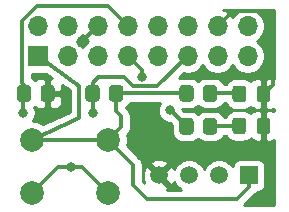
<source format=gtl>
%TF.GenerationSoftware,KiCad,Pcbnew,(5.1.7)-1*%
%TF.CreationDate,2021-01-13T16:49:11-03:00*%
%TF.ProjectId,Raspberry Pi Hat,52617370-6265-4727-9279-205069204861,-*%
%TF.SameCoordinates,Original*%
%TF.FileFunction,Copper,L1,Top*%
%TF.FilePolarity,Positive*%
%FSLAX46Y46*%
G04 Gerber Fmt 4.6, Leading zero omitted, Abs format (unit mm)*
G04 Created by KiCad (PCBNEW (5.1.7)-1) date 2021-01-13 16:49:11*
%MOMM*%
%LPD*%
G01*
G04 APERTURE LIST*
%TA.AperFunction,ComponentPad*%
%ADD10C,2.000000*%
%TD*%
%TA.AperFunction,ComponentPad*%
%ADD11R,1.700000X1.700000*%
%TD*%
%TA.AperFunction,ComponentPad*%
%ADD12O,1.700000X1.700000*%
%TD*%
%TA.AperFunction,ComponentPad*%
%ADD13R,1.500000X1.500000*%
%TD*%
%TA.AperFunction,ComponentPad*%
%ADD14C,1.500000*%
%TD*%
%TA.AperFunction,ViaPad*%
%ADD15C,1.000000*%
%TD*%
%TA.AperFunction,ViaPad*%
%ADD16C,0.800000*%
%TD*%
%TA.AperFunction,Conductor*%
%ADD17C,0.300000*%
%TD*%
%TA.AperFunction,Conductor*%
%ADD18C,0.254000*%
%TD*%
%TA.AperFunction,Conductor*%
%ADD19C,0.100000*%
%TD*%
G04 APERTURE END LIST*
D10*
%TO.P,SW1,1*%
%TO.N,/3V3*%
X111400000Y-83800000D03*
%TO.P,SW1,2*%
%TO.N,/BUTTON*%
X111400000Y-88300000D03*
%TO.P,SW1,1*%
%TO.N,/3V3*%
X104900000Y-83800000D03*
%TO.P,SW1,2*%
%TO.N,/BUTTON*%
X104900000Y-88300000D03*
%TD*%
%TO.P,D1,1*%
%TO.N,GND*%
%TA.AperFunction,SMDPad,CuDef*%
G36*
G01*
X125100000Y-82149999D02*
X125100000Y-83050001D01*
G75*
G02*
X124850001Y-83300000I-249999J0D01*
G01*
X124199999Y-83300000D01*
G75*
G02*
X123950000Y-83050001I0J249999D01*
G01*
X123950000Y-82149999D01*
G75*
G02*
X124199999Y-81900000I249999J0D01*
G01*
X124850001Y-81900000D01*
G75*
G02*
X125100000Y-82149999I0J-249999D01*
G01*
G37*
%TD.AperFunction*%
%TO.P,D1,2*%
%TO.N,Net-(D1-Pad2)*%
%TA.AperFunction,SMDPad,CuDef*%
G36*
G01*
X123050000Y-82149999D02*
X123050000Y-83050001D01*
G75*
G02*
X122800001Y-83300000I-249999J0D01*
G01*
X122149999Y-83300000D01*
G75*
G02*
X121900000Y-83050001I0J249999D01*
G01*
X121900000Y-82149999D01*
G75*
G02*
X122149999Y-81900000I249999J0D01*
G01*
X122800001Y-81900000D01*
G75*
G02*
X123050000Y-82149999I0J-249999D01*
G01*
G37*
%TD.AperFunction*%
%TD*%
%TO.P,D2,2*%
%TO.N,Net-(D2-Pad2)*%
%TA.AperFunction,SMDPad,CuDef*%
G36*
G01*
X123050000Y-79449999D02*
X123050000Y-80350001D01*
G75*
G02*
X122800001Y-80600000I-249999J0D01*
G01*
X122149999Y-80600000D01*
G75*
G02*
X121900000Y-80350001I0J249999D01*
G01*
X121900000Y-79449999D01*
G75*
G02*
X122149999Y-79200000I249999J0D01*
G01*
X122800001Y-79200000D01*
G75*
G02*
X123050000Y-79449999I0J-249999D01*
G01*
G37*
%TD.AperFunction*%
%TO.P,D2,1*%
%TO.N,GND*%
%TA.AperFunction,SMDPad,CuDef*%
G36*
G01*
X125100000Y-79449999D02*
X125100000Y-80350001D01*
G75*
G02*
X124850001Y-80600000I-249999J0D01*
G01*
X124199999Y-80600000D01*
G75*
G02*
X123950000Y-80350001I0J249999D01*
G01*
X123950000Y-79449999D01*
G75*
G02*
X124199999Y-79200000I249999J0D01*
G01*
X124850001Y-79200000D01*
G75*
G02*
X125100000Y-79449999I0J-249999D01*
G01*
G37*
%TD.AperFunction*%
%TD*%
D11*
%TO.P,J1,1*%
%TO.N,/3V3*%
X105400000Y-76700000D03*
D12*
%TO.P,J1,2*%
%TO.N,N/C*%
X105400000Y-74160000D03*
%TO.P,J1,3*%
X107940000Y-76700000D03*
%TO.P,J1,4*%
X107940000Y-74160000D03*
%TO.P,J1,5*%
X110480000Y-76700000D03*
%TO.P,J1,6*%
%TO.N,GND*%
X110480000Y-74160000D03*
%TO.P,J1,7*%
%TO.N,Net-(J1-Pad7)*%
X113020000Y-76700000D03*
%TO.P,J1,8*%
%TO.N,/BUTTON*%
X113020000Y-74160000D03*
%TO.P,J1,9*%
%TO.N,GND*%
X115560000Y-76700000D03*
%TO.P,J1,10*%
%TO.N,N/C*%
X115560000Y-74160000D03*
%TO.P,J1,11*%
%TO.N,/DHT*%
X118100000Y-76700000D03*
%TO.P,J1,12*%
%TO.N,N/C*%
X118100000Y-74160000D03*
%TO.P,J1,13*%
X120640000Y-76700000D03*
%TO.P,J1,14*%
%TO.N,GND*%
X120640000Y-74160000D03*
%TO.P,J1,15*%
%TO.N,N/C*%
X123180000Y-76700000D03*
%TO.P,J1,16*%
X123180000Y-74160000D03*
%TD*%
%TO.P,R1,1*%
%TO.N,/BUTTON*%
%TA.AperFunction,SMDPad,CuDef*%
G36*
G01*
X103650000Y-80305001D02*
X103650000Y-79404999D01*
G75*
G02*
X103899999Y-79155000I249999J0D01*
G01*
X104600001Y-79155000D01*
G75*
G02*
X104850000Y-79404999I0J-249999D01*
G01*
X104850000Y-80305001D01*
G75*
G02*
X104600001Y-80555000I-249999J0D01*
G01*
X103899999Y-80555000D01*
G75*
G02*
X103650000Y-80305001I0J249999D01*
G01*
G37*
%TD.AperFunction*%
%TO.P,R1,2*%
%TO.N,GND*%
%TA.AperFunction,SMDPad,CuDef*%
G36*
G01*
X105650000Y-80305001D02*
X105650000Y-79404999D01*
G75*
G02*
X105899999Y-79155000I249999J0D01*
G01*
X106600001Y-79155000D01*
G75*
G02*
X106850000Y-79404999I0J-249999D01*
G01*
X106850000Y-80305001D01*
G75*
G02*
X106600001Y-80555000I-249999J0D01*
G01*
X105899999Y-80555000D01*
G75*
G02*
X105650000Y-80305001I0J249999D01*
G01*
G37*
%TD.AperFunction*%
%TD*%
%TO.P,R2,1*%
%TO.N,/DHT*%
%TA.AperFunction,SMDPad,CuDef*%
G36*
G01*
X109450000Y-80305001D02*
X109450000Y-79404999D01*
G75*
G02*
X109699999Y-79155000I249999J0D01*
G01*
X110400001Y-79155000D01*
G75*
G02*
X110650000Y-79404999I0J-249999D01*
G01*
X110650000Y-80305001D01*
G75*
G02*
X110400001Y-80555000I-249999J0D01*
G01*
X109699999Y-80555000D01*
G75*
G02*
X109450000Y-80305001I0J249999D01*
G01*
G37*
%TD.AperFunction*%
%TO.P,R2,2*%
%TO.N,/3V3*%
%TA.AperFunction,SMDPad,CuDef*%
G36*
G01*
X111450000Y-80305001D02*
X111450000Y-79404999D01*
G75*
G02*
X111699999Y-79155000I249999J0D01*
G01*
X112400001Y-79155000D01*
G75*
G02*
X112650000Y-79404999I0J-249999D01*
G01*
X112650000Y-80305001D01*
G75*
G02*
X112400001Y-80555000I-249999J0D01*
G01*
X111699999Y-80555000D01*
G75*
G02*
X111450000Y-80305001I0J249999D01*
G01*
G37*
%TD.AperFunction*%
%TD*%
%TO.P,R3,2*%
%TO.N,Net-(D1-Pad2)*%
%TA.AperFunction,SMDPad,CuDef*%
G36*
G01*
X119400000Y-83095001D02*
X119400000Y-82194999D01*
G75*
G02*
X119649999Y-81945000I249999J0D01*
G01*
X120350001Y-81945000D01*
G75*
G02*
X120600000Y-82194999I0J-249999D01*
G01*
X120600000Y-83095001D01*
G75*
G02*
X120350001Y-83345000I-249999J0D01*
G01*
X119649999Y-83345000D01*
G75*
G02*
X119400000Y-83095001I0J249999D01*
G01*
G37*
%TD.AperFunction*%
%TO.P,R3,1*%
%TO.N,Net-(J1-Pad7)*%
%TA.AperFunction,SMDPad,CuDef*%
G36*
G01*
X117400000Y-83095001D02*
X117400000Y-82194999D01*
G75*
G02*
X117649999Y-81945000I249999J0D01*
G01*
X118350001Y-81945000D01*
G75*
G02*
X118600000Y-82194999I0J-249999D01*
G01*
X118600000Y-83095001D01*
G75*
G02*
X118350001Y-83345000I-249999J0D01*
G01*
X117649999Y-83345000D01*
G75*
G02*
X117400000Y-83095001I0J249999D01*
G01*
G37*
%TD.AperFunction*%
%TD*%
%TO.P,R4,2*%
%TO.N,Net-(D2-Pad2)*%
%TA.AperFunction,SMDPad,CuDef*%
G36*
G01*
X119400000Y-80305001D02*
X119400000Y-79404999D01*
G75*
G02*
X119649999Y-79155000I249999J0D01*
G01*
X120350001Y-79155000D01*
G75*
G02*
X120600000Y-79404999I0J-249999D01*
G01*
X120600000Y-80305001D01*
G75*
G02*
X120350001Y-80555000I-249999J0D01*
G01*
X119649999Y-80555000D01*
G75*
G02*
X119400000Y-80305001I0J249999D01*
G01*
G37*
%TD.AperFunction*%
%TO.P,R4,1*%
%TO.N,/3V3*%
%TA.AperFunction,SMDPad,CuDef*%
G36*
G01*
X117400000Y-80305001D02*
X117400000Y-79404999D01*
G75*
G02*
X117649999Y-79155000I249999J0D01*
G01*
X118350001Y-79155000D01*
G75*
G02*
X118600000Y-79404999I0J-249999D01*
G01*
X118600000Y-80305001D01*
G75*
G02*
X118350001Y-80555000I-249999J0D01*
G01*
X117649999Y-80555000D01*
G75*
G02*
X117400000Y-80305001I0J249999D01*
G01*
G37*
%TD.AperFunction*%
%TD*%
D13*
%TO.P,U1,1*%
%TO.N,/3V3*%
X123300000Y-86800000D03*
D14*
%TO.P,U1,2*%
%TO.N,/DHT*%
X120760000Y-86800000D03*
%TO.P,U1,3*%
%TO.N,N/C*%
X118220000Y-86800000D03*
%TO.P,U1,4*%
%TO.N,GND*%
X115680000Y-86800000D03*
%TD*%
D15*
%TO.N,GND*%
X109200000Y-75500000D03*
X107800000Y-79900000D03*
D16*
%TO.N,Net-(J1-Pad7)*%
X114200000Y-78500000D03*
X116600000Y-81300000D03*
%TO.N,/DHT*%
X110100000Y-81500000D03*
%TO.N,/BUTTON*%
X108200000Y-86100000D03*
X104200000Y-81500000D03*
%TD*%
D17*
%TO.N,GND*%
X125300000Y-79125000D02*
X124525000Y-79900000D01*
X125300000Y-73600000D02*
X125300000Y-79125000D01*
X124559999Y-72859999D02*
X125300000Y-73600000D01*
X121940001Y-72859999D02*
X124559999Y-72859999D01*
X120640000Y-74160000D02*
X121940001Y-72859999D01*
X124525000Y-79900000D02*
X124525000Y-82600000D01*
X109200000Y-75440000D02*
X110480000Y-74160000D01*
X109200000Y-75500000D02*
X109200000Y-75440000D01*
X107755000Y-79855000D02*
X107800000Y-79900000D01*
X106250000Y-79855000D02*
X107755000Y-79855000D01*
%TO.N,Net-(D1-Pad2)*%
X122430000Y-82645000D02*
X122475000Y-82600000D01*
X120000000Y-82645000D02*
X122430000Y-82645000D01*
%TO.N,Net-(D2-Pad2)*%
X122430000Y-79855000D02*
X122475000Y-79900000D01*
X120000000Y-79855000D02*
X122430000Y-79855000D01*
%TO.N,/3V3*%
X104900000Y-83800000D02*
X111400000Y-83800000D01*
X111400000Y-83800000D02*
X112500000Y-82700000D01*
X112500000Y-82700000D02*
X112500000Y-81800000D01*
X112050000Y-81350000D02*
X112050000Y-79855000D01*
X112500000Y-81800000D02*
X112050000Y-81350000D01*
X112050000Y-79855000D02*
X118000000Y-79855000D01*
X113500000Y-85900000D02*
X111400000Y-83800000D01*
X113500000Y-87600000D02*
X113500000Y-85900000D01*
X114700000Y-88800000D02*
X113500000Y-87600000D01*
X122300000Y-88800000D02*
X114700000Y-88800000D01*
X123300000Y-87800000D02*
X122300000Y-88800000D01*
X123300000Y-86800000D02*
X123300000Y-87800000D01*
X108900000Y-79200000D02*
X105400000Y-76700000D01*
X108900000Y-81900000D02*
X108900000Y-79200000D01*
X104900000Y-83800000D02*
X108900000Y-81900000D01*
%TO.N,Net-(J1-Pad7)*%
X116655000Y-81300000D02*
X118000000Y-82645000D01*
X116600000Y-81300000D02*
X116655000Y-81300000D01*
X114200000Y-77880000D02*
X113020000Y-76700000D01*
X114200000Y-78500000D02*
X114200000Y-77880000D01*
%TO.N,/BUTTON*%
X104099999Y-73683999D02*
X105308988Y-72475010D01*
X104099999Y-79004999D02*
X104099999Y-73683999D01*
X104250000Y-79155000D02*
X104099999Y-79004999D01*
X104250000Y-79855000D02*
X104250000Y-79155000D01*
X111335010Y-72475010D02*
X113020000Y-74160000D01*
X105308988Y-72475010D02*
X111335010Y-72475010D01*
X107100000Y-86100000D02*
X108200000Y-86100000D01*
X104900000Y-88300000D02*
X107100000Y-86100000D01*
X109200000Y-86100000D02*
X108200000Y-86100000D01*
X111400000Y-88300000D02*
X109200000Y-86100000D01*
X104200000Y-79905000D02*
X104250000Y-79855000D01*
X104200000Y-81500000D02*
X104200000Y-79905000D01*
%TO.N,/DHT*%
X110100000Y-79905000D02*
X110050000Y-79855000D01*
X110100000Y-81500000D02*
X110100000Y-79905000D01*
X110050000Y-79855000D02*
X110050000Y-78950000D01*
X110050000Y-78950000D02*
X110500000Y-78500000D01*
X112700000Y-78500000D02*
X113454990Y-79254990D01*
X110500000Y-78500000D02*
X112700000Y-78500000D01*
X115545010Y-79254990D02*
X118100000Y-76700000D01*
X113454990Y-79254990D02*
X115545010Y-79254990D01*
%TD*%
D18*
%TO.N,GND*%
X125440000Y-78661716D02*
X125344180Y-78610498D01*
X125224482Y-78574188D01*
X125100000Y-78561928D01*
X124810750Y-78565000D01*
X124652000Y-78723750D01*
X124652000Y-79773000D01*
X124672000Y-79773000D01*
X124672000Y-80027000D01*
X124652000Y-80027000D01*
X124652000Y-81076250D01*
X124810750Y-81235000D01*
X125100000Y-81238072D01*
X125224482Y-81225812D01*
X125344180Y-81189502D01*
X125440001Y-81138284D01*
X125440001Y-81361716D01*
X125344180Y-81310498D01*
X125224482Y-81274188D01*
X125100000Y-81261928D01*
X124810750Y-81265000D01*
X124652000Y-81423750D01*
X124652000Y-82473000D01*
X124672000Y-82473000D01*
X124672000Y-82727000D01*
X124652000Y-82727000D01*
X124652000Y-83776250D01*
X124810750Y-83935000D01*
X125100000Y-83938072D01*
X125224482Y-83925812D01*
X125344180Y-83889502D01*
X125440001Y-83838284D01*
X125440001Y-89340000D01*
X122872343Y-89340000D01*
X122882347Y-89327810D01*
X123827810Y-88382347D01*
X123857764Y-88357764D01*
X123955862Y-88238233D01*
X123982673Y-88188072D01*
X124050000Y-88188072D01*
X124174482Y-88175812D01*
X124294180Y-88139502D01*
X124404494Y-88080537D01*
X124501185Y-88001185D01*
X124580537Y-87904494D01*
X124639502Y-87794180D01*
X124675812Y-87674482D01*
X124688072Y-87550000D01*
X124688072Y-86050000D01*
X124675812Y-85925518D01*
X124639502Y-85805820D01*
X124580537Y-85695506D01*
X124501185Y-85598815D01*
X124404494Y-85519463D01*
X124294180Y-85460498D01*
X124174482Y-85424188D01*
X124050000Y-85411928D01*
X122550000Y-85411928D01*
X122425518Y-85424188D01*
X122305820Y-85460498D01*
X122195506Y-85519463D01*
X122098815Y-85598815D01*
X122019463Y-85695506D01*
X121960498Y-85805820D01*
X121924188Y-85925518D01*
X121913555Y-86033483D01*
X121835799Y-85917114D01*
X121642886Y-85724201D01*
X121416043Y-85572629D01*
X121163989Y-85468225D01*
X120896411Y-85415000D01*
X120623589Y-85415000D01*
X120356011Y-85468225D01*
X120103957Y-85572629D01*
X119877114Y-85724201D01*
X119684201Y-85917114D01*
X119532629Y-86143957D01*
X119490000Y-86246873D01*
X119447371Y-86143957D01*
X119295799Y-85917114D01*
X119102886Y-85724201D01*
X118876043Y-85572629D01*
X118623989Y-85468225D01*
X118356411Y-85415000D01*
X118083589Y-85415000D01*
X117816011Y-85468225D01*
X117563957Y-85572629D01*
X117337114Y-85724201D01*
X117144201Y-85917114D01*
X116992629Y-86143957D01*
X116951489Y-86243279D01*
X116936277Y-86201168D01*
X116875860Y-86088137D01*
X116636993Y-86022612D01*
X115859605Y-86800000D01*
X116636993Y-87577388D01*
X116875860Y-87511863D01*
X116950164Y-87353523D01*
X116992629Y-87456043D01*
X117144201Y-87682886D01*
X117337114Y-87875799D01*
X117545443Y-88015000D01*
X116356055Y-88015000D01*
X116391863Y-87995860D01*
X116457388Y-87756993D01*
X115680000Y-86979605D01*
X115665858Y-86993748D01*
X115486253Y-86814143D01*
X115500395Y-86800000D01*
X114723007Y-86022612D01*
X114484140Y-86088137D01*
X114368240Y-86335116D01*
X114302750Y-86599960D01*
X114290188Y-86872492D01*
X114331035Y-87142238D01*
X114423723Y-87398832D01*
X114440642Y-87430484D01*
X114285000Y-87274843D01*
X114285000Y-85938552D01*
X114288797Y-85899999D01*
X114285000Y-85861446D01*
X114285000Y-85861439D01*
X114283185Y-85843007D01*
X114902612Y-85843007D01*
X115680000Y-86620395D01*
X116457388Y-85843007D01*
X116391863Y-85604140D01*
X116144884Y-85488240D01*
X115880040Y-85422750D01*
X115607508Y-85410188D01*
X115337762Y-85451035D01*
X115081168Y-85543723D01*
X114968137Y-85604140D01*
X114902612Y-85843007D01*
X114283185Y-85843007D01*
X114273641Y-85746113D01*
X114228754Y-85598140D01*
X114155862Y-85461767D01*
X114057764Y-85342236D01*
X114027816Y-85317658D01*
X112974640Y-84264483D01*
X113035000Y-83961033D01*
X113035000Y-83638967D01*
X112974640Y-83335518D01*
X113027817Y-83282341D01*
X113057764Y-83257764D01*
X113086086Y-83223255D01*
X113106450Y-83198441D01*
X113155862Y-83138233D01*
X113228754Y-83001860D01*
X113245438Y-82946860D01*
X113273642Y-82853887D01*
X113283110Y-82757748D01*
X113285000Y-82738561D01*
X113285000Y-82738556D01*
X113288797Y-82700000D01*
X113285000Y-82661445D01*
X113285000Y-81838552D01*
X113288797Y-81799999D01*
X113285000Y-81761446D01*
X113285000Y-81761439D01*
X113273641Y-81646113D01*
X113247993Y-81561561D01*
X113228754Y-81498140D01*
X113206548Y-81456595D01*
X113155862Y-81361767D01*
X113057764Y-81242236D01*
X113027810Y-81217653D01*
X112867434Y-81057277D01*
X112893387Y-81043405D01*
X113027962Y-80932962D01*
X113138405Y-80798387D01*
X113220472Y-80644851D01*
X113221944Y-80640000D01*
X115796289Y-80640000D01*
X115796063Y-80640226D01*
X115682795Y-80809744D01*
X115604774Y-80998102D01*
X115565000Y-81198061D01*
X115565000Y-81401939D01*
X115604774Y-81601898D01*
X115682795Y-81790256D01*
X115796063Y-81959774D01*
X115940226Y-82103937D01*
X116109744Y-82217205D01*
X116298102Y-82295226D01*
X116498061Y-82335000D01*
X116579843Y-82335000D01*
X116761928Y-82517085D01*
X116761928Y-83095001D01*
X116778992Y-83268255D01*
X116829528Y-83434851D01*
X116911595Y-83588387D01*
X117022038Y-83722962D01*
X117156613Y-83833405D01*
X117310149Y-83915472D01*
X117476745Y-83966008D01*
X117649999Y-83983072D01*
X118350001Y-83983072D01*
X118523255Y-83966008D01*
X118689851Y-83915472D01*
X118843387Y-83833405D01*
X118977962Y-83722962D01*
X119000000Y-83696109D01*
X119022038Y-83722962D01*
X119156613Y-83833405D01*
X119310149Y-83915472D01*
X119476745Y-83966008D01*
X119649999Y-83983072D01*
X120350001Y-83983072D01*
X120523255Y-83966008D01*
X120689851Y-83915472D01*
X120843387Y-83833405D01*
X120977962Y-83722962D01*
X121088405Y-83588387D01*
X121170472Y-83434851D01*
X121171944Y-83430000D01*
X121350988Y-83430000D01*
X121411595Y-83543387D01*
X121522038Y-83677962D01*
X121656613Y-83788405D01*
X121810149Y-83870472D01*
X121976745Y-83921008D01*
X122149999Y-83938072D01*
X122800001Y-83938072D01*
X122973255Y-83921008D01*
X123139851Y-83870472D01*
X123293387Y-83788405D01*
X123427962Y-83677962D01*
X123433342Y-83671406D01*
X123498815Y-83751185D01*
X123595506Y-83830537D01*
X123705820Y-83889502D01*
X123825518Y-83925812D01*
X123950000Y-83938072D01*
X124239250Y-83935000D01*
X124398000Y-83776250D01*
X124398000Y-82727000D01*
X124378000Y-82727000D01*
X124378000Y-82473000D01*
X124398000Y-82473000D01*
X124398000Y-81423750D01*
X124239250Y-81265000D01*
X123950000Y-81261928D01*
X123825518Y-81274188D01*
X123705820Y-81310498D01*
X123595506Y-81369463D01*
X123498815Y-81448815D01*
X123433342Y-81528594D01*
X123427962Y-81522038D01*
X123293387Y-81411595D01*
X123139851Y-81329528D01*
X122973255Y-81278992D01*
X122800001Y-81261928D01*
X122149999Y-81261928D01*
X121976745Y-81278992D01*
X121810149Y-81329528D01*
X121656613Y-81411595D01*
X121522038Y-81522038D01*
X121411595Y-81656613D01*
X121329528Y-81810149D01*
X121314406Y-81860000D01*
X121171944Y-81860000D01*
X121170472Y-81855149D01*
X121088405Y-81701613D01*
X120977962Y-81567038D01*
X120843387Y-81456595D01*
X120689851Y-81374528D01*
X120523255Y-81323992D01*
X120350001Y-81306928D01*
X119649999Y-81306928D01*
X119476745Y-81323992D01*
X119310149Y-81374528D01*
X119156613Y-81456595D01*
X119022038Y-81567038D01*
X119000000Y-81593891D01*
X118977962Y-81567038D01*
X118843387Y-81456595D01*
X118689851Y-81374528D01*
X118523255Y-81323992D01*
X118350001Y-81306928D01*
X117772085Y-81306928D01*
X117658229Y-81193072D01*
X118350001Y-81193072D01*
X118523255Y-81176008D01*
X118689851Y-81125472D01*
X118843387Y-81043405D01*
X118977962Y-80932962D01*
X119000000Y-80906109D01*
X119022038Y-80932962D01*
X119156613Y-81043405D01*
X119310149Y-81125472D01*
X119476745Y-81176008D01*
X119649999Y-81193072D01*
X120350001Y-81193072D01*
X120523255Y-81176008D01*
X120689851Y-81125472D01*
X120843387Y-81043405D01*
X120977962Y-80932962D01*
X121088405Y-80798387D01*
X121170472Y-80644851D01*
X121171944Y-80640000D01*
X121314406Y-80640000D01*
X121329528Y-80689851D01*
X121411595Y-80843387D01*
X121522038Y-80977962D01*
X121656613Y-81088405D01*
X121810149Y-81170472D01*
X121976745Y-81221008D01*
X122149999Y-81238072D01*
X122800001Y-81238072D01*
X122973255Y-81221008D01*
X123139851Y-81170472D01*
X123293387Y-81088405D01*
X123427962Y-80977962D01*
X123433342Y-80971406D01*
X123498815Y-81051185D01*
X123595506Y-81130537D01*
X123705820Y-81189502D01*
X123825518Y-81225812D01*
X123950000Y-81238072D01*
X124239250Y-81235000D01*
X124398000Y-81076250D01*
X124398000Y-80027000D01*
X124378000Y-80027000D01*
X124378000Y-79773000D01*
X124398000Y-79773000D01*
X124398000Y-78723750D01*
X124239250Y-78565000D01*
X123950000Y-78561928D01*
X123825518Y-78574188D01*
X123705820Y-78610498D01*
X123595506Y-78669463D01*
X123498815Y-78748815D01*
X123433342Y-78828594D01*
X123427962Y-78822038D01*
X123293387Y-78711595D01*
X123139851Y-78629528D01*
X122973255Y-78578992D01*
X122800001Y-78561928D01*
X122149999Y-78561928D01*
X121976745Y-78578992D01*
X121810149Y-78629528D01*
X121656613Y-78711595D01*
X121522038Y-78822038D01*
X121411595Y-78956613D01*
X121350988Y-79070000D01*
X121171944Y-79070000D01*
X121170472Y-79065149D01*
X121088405Y-78911613D01*
X120977962Y-78777038D01*
X120843387Y-78666595D01*
X120689851Y-78584528D01*
X120523255Y-78533992D01*
X120350001Y-78516928D01*
X119649999Y-78516928D01*
X119476745Y-78533992D01*
X119310149Y-78584528D01*
X119156613Y-78666595D01*
X119022038Y-78777038D01*
X119000000Y-78803891D01*
X118977962Y-78777038D01*
X118843387Y-78666595D01*
X118689851Y-78584528D01*
X118523255Y-78533992D01*
X118350001Y-78516928D01*
X117649999Y-78516928D01*
X117476745Y-78533992D01*
X117332369Y-78577788D01*
X117763082Y-78147075D01*
X117953740Y-78185000D01*
X118246260Y-78185000D01*
X118533158Y-78127932D01*
X118803411Y-78015990D01*
X119046632Y-77853475D01*
X119253475Y-77646632D01*
X119370000Y-77472240D01*
X119486525Y-77646632D01*
X119693368Y-77853475D01*
X119936589Y-78015990D01*
X120206842Y-78127932D01*
X120493740Y-78185000D01*
X120786260Y-78185000D01*
X121073158Y-78127932D01*
X121343411Y-78015990D01*
X121586632Y-77853475D01*
X121793475Y-77646632D01*
X121910000Y-77472240D01*
X122026525Y-77646632D01*
X122233368Y-77853475D01*
X122476589Y-78015990D01*
X122746842Y-78127932D01*
X123033740Y-78185000D01*
X123326260Y-78185000D01*
X123613158Y-78127932D01*
X123883411Y-78015990D01*
X124126632Y-77853475D01*
X124333475Y-77646632D01*
X124495990Y-77403411D01*
X124607932Y-77133158D01*
X124665000Y-76846260D01*
X124665000Y-76553740D01*
X124607932Y-76266842D01*
X124495990Y-75996589D01*
X124333475Y-75753368D01*
X124126632Y-75546525D01*
X123952240Y-75430000D01*
X124126632Y-75313475D01*
X124333475Y-75106632D01*
X124495990Y-74863411D01*
X124607932Y-74593158D01*
X124665000Y-74306260D01*
X124665000Y-74013740D01*
X124607932Y-73726842D01*
X124495990Y-73456589D01*
X124333475Y-73213368D01*
X124126632Y-73006525D01*
X123883411Y-72844010D01*
X123680592Y-72760000D01*
X125440000Y-72760000D01*
X125440000Y-78661716D01*
%TA.AperFunction,Conductor*%
D19*
G36*
X125440000Y-78661716D02*
G01*
X125344180Y-78610498D01*
X125224482Y-78574188D01*
X125100000Y-78561928D01*
X124810750Y-78565000D01*
X124652000Y-78723750D01*
X124652000Y-79773000D01*
X124672000Y-79773000D01*
X124672000Y-80027000D01*
X124652000Y-80027000D01*
X124652000Y-81076250D01*
X124810750Y-81235000D01*
X125100000Y-81238072D01*
X125224482Y-81225812D01*
X125344180Y-81189502D01*
X125440001Y-81138284D01*
X125440001Y-81361716D01*
X125344180Y-81310498D01*
X125224482Y-81274188D01*
X125100000Y-81261928D01*
X124810750Y-81265000D01*
X124652000Y-81423750D01*
X124652000Y-82473000D01*
X124672000Y-82473000D01*
X124672000Y-82727000D01*
X124652000Y-82727000D01*
X124652000Y-83776250D01*
X124810750Y-83935000D01*
X125100000Y-83938072D01*
X125224482Y-83925812D01*
X125344180Y-83889502D01*
X125440001Y-83838284D01*
X125440001Y-89340000D01*
X122872343Y-89340000D01*
X122882347Y-89327810D01*
X123827810Y-88382347D01*
X123857764Y-88357764D01*
X123955862Y-88238233D01*
X123982673Y-88188072D01*
X124050000Y-88188072D01*
X124174482Y-88175812D01*
X124294180Y-88139502D01*
X124404494Y-88080537D01*
X124501185Y-88001185D01*
X124580537Y-87904494D01*
X124639502Y-87794180D01*
X124675812Y-87674482D01*
X124688072Y-87550000D01*
X124688072Y-86050000D01*
X124675812Y-85925518D01*
X124639502Y-85805820D01*
X124580537Y-85695506D01*
X124501185Y-85598815D01*
X124404494Y-85519463D01*
X124294180Y-85460498D01*
X124174482Y-85424188D01*
X124050000Y-85411928D01*
X122550000Y-85411928D01*
X122425518Y-85424188D01*
X122305820Y-85460498D01*
X122195506Y-85519463D01*
X122098815Y-85598815D01*
X122019463Y-85695506D01*
X121960498Y-85805820D01*
X121924188Y-85925518D01*
X121913555Y-86033483D01*
X121835799Y-85917114D01*
X121642886Y-85724201D01*
X121416043Y-85572629D01*
X121163989Y-85468225D01*
X120896411Y-85415000D01*
X120623589Y-85415000D01*
X120356011Y-85468225D01*
X120103957Y-85572629D01*
X119877114Y-85724201D01*
X119684201Y-85917114D01*
X119532629Y-86143957D01*
X119490000Y-86246873D01*
X119447371Y-86143957D01*
X119295799Y-85917114D01*
X119102886Y-85724201D01*
X118876043Y-85572629D01*
X118623989Y-85468225D01*
X118356411Y-85415000D01*
X118083589Y-85415000D01*
X117816011Y-85468225D01*
X117563957Y-85572629D01*
X117337114Y-85724201D01*
X117144201Y-85917114D01*
X116992629Y-86143957D01*
X116951489Y-86243279D01*
X116936277Y-86201168D01*
X116875860Y-86088137D01*
X116636993Y-86022612D01*
X115859605Y-86800000D01*
X116636993Y-87577388D01*
X116875860Y-87511863D01*
X116950164Y-87353523D01*
X116992629Y-87456043D01*
X117144201Y-87682886D01*
X117337114Y-87875799D01*
X117545443Y-88015000D01*
X116356055Y-88015000D01*
X116391863Y-87995860D01*
X116457388Y-87756993D01*
X115680000Y-86979605D01*
X115665858Y-86993748D01*
X115486253Y-86814143D01*
X115500395Y-86800000D01*
X114723007Y-86022612D01*
X114484140Y-86088137D01*
X114368240Y-86335116D01*
X114302750Y-86599960D01*
X114290188Y-86872492D01*
X114331035Y-87142238D01*
X114423723Y-87398832D01*
X114440642Y-87430484D01*
X114285000Y-87274843D01*
X114285000Y-85938552D01*
X114288797Y-85899999D01*
X114285000Y-85861446D01*
X114285000Y-85861439D01*
X114283185Y-85843007D01*
X114902612Y-85843007D01*
X115680000Y-86620395D01*
X116457388Y-85843007D01*
X116391863Y-85604140D01*
X116144884Y-85488240D01*
X115880040Y-85422750D01*
X115607508Y-85410188D01*
X115337762Y-85451035D01*
X115081168Y-85543723D01*
X114968137Y-85604140D01*
X114902612Y-85843007D01*
X114283185Y-85843007D01*
X114273641Y-85746113D01*
X114228754Y-85598140D01*
X114155862Y-85461767D01*
X114057764Y-85342236D01*
X114027816Y-85317658D01*
X112974640Y-84264483D01*
X113035000Y-83961033D01*
X113035000Y-83638967D01*
X112974640Y-83335518D01*
X113027817Y-83282341D01*
X113057764Y-83257764D01*
X113086086Y-83223255D01*
X113106450Y-83198441D01*
X113155862Y-83138233D01*
X113228754Y-83001860D01*
X113245438Y-82946860D01*
X113273642Y-82853887D01*
X113283110Y-82757748D01*
X113285000Y-82738561D01*
X113285000Y-82738556D01*
X113288797Y-82700000D01*
X113285000Y-82661445D01*
X113285000Y-81838552D01*
X113288797Y-81799999D01*
X113285000Y-81761446D01*
X113285000Y-81761439D01*
X113273641Y-81646113D01*
X113247993Y-81561561D01*
X113228754Y-81498140D01*
X113206548Y-81456595D01*
X113155862Y-81361767D01*
X113057764Y-81242236D01*
X113027810Y-81217653D01*
X112867434Y-81057277D01*
X112893387Y-81043405D01*
X113027962Y-80932962D01*
X113138405Y-80798387D01*
X113220472Y-80644851D01*
X113221944Y-80640000D01*
X115796289Y-80640000D01*
X115796063Y-80640226D01*
X115682795Y-80809744D01*
X115604774Y-80998102D01*
X115565000Y-81198061D01*
X115565000Y-81401939D01*
X115604774Y-81601898D01*
X115682795Y-81790256D01*
X115796063Y-81959774D01*
X115940226Y-82103937D01*
X116109744Y-82217205D01*
X116298102Y-82295226D01*
X116498061Y-82335000D01*
X116579843Y-82335000D01*
X116761928Y-82517085D01*
X116761928Y-83095001D01*
X116778992Y-83268255D01*
X116829528Y-83434851D01*
X116911595Y-83588387D01*
X117022038Y-83722962D01*
X117156613Y-83833405D01*
X117310149Y-83915472D01*
X117476745Y-83966008D01*
X117649999Y-83983072D01*
X118350001Y-83983072D01*
X118523255Y-83966008D01*
X118689851Y-83915472D01*
X118843387Y-83833405D01*
X118977962Y-83722962D01*
X119000000Y-83696109D01*
X119022038Y-83722962D01*
X119156613Y-83833405D01*
X119310149Y-83915472D01*
X119476745Y-83966008D01*
X119649999Y-83983072D01*
X120350001Y-83983072D01*
X120523255Y-83966008D01*
X120689851Y-83915472D01*
X120843387Y-83833405D01*
X120977962Y-83722962D01*
X121088405Y-83588387D01*
X121170472Y-83434851D01*
X121171944Y-83430000D01*
X121350988Y-83430000D01*
X121411595Y-83543387D01*
X121522038Y-83677962D01*
X121656613Y-83788405D01*
X121810149Y-83870472D01*
X121976745Y-83921008D01*
X122149999Y-83938072D01*
X122800001Y-83938072D01*
X122973255Y-83921008D01*
X123139851Y-83870472D01*
X123293387Y-83788405D01*
X123427962Y-83677962D01*
X123433342Y-83671406D01*
X123498815Y-83751185D01*
X123595506Y-83830537D01*
X123705820Y-83889502D01*
X123825518Y-83925812D01*
X123950000Y-83938072D01*
X124239250Y-83935000D01*
X124398000Y-83776250D01*
X124398000Y-82727000D01*
X124378000Y-82727000D01*
X124378000Y-82473000D01*
X124398000Y-82473000D01*
X124398000Y-81423750D01*
X124239250Y-81265000D01*
X123950000Y-81261928D01*
X123825518Y-81274188D01*
X123705820Y-81310498D01*
X123595506Y-81369463D01*
X123498815Y-81448815D01*
X123433342Y-81528594D01*
X123427962Y-81522038D01*
X123293387Y-81411595D01*
X123139851Y-81329528D01*
X122973255Y-81278992D01*
X122800001Y-81261928D01*
X122149999Y-81261928D01*
X121976745Y-81278992D01*
X121810149Y-81329528D01*
X121656613Y-81411595D01*
X121522038Y-81522038D01*
X121411595Y-81656613D01*
X121329528Y-81810149D01*
X121314406Y-81860000D01*
X121171944Y-81860000D01*
X121170472Y-81855149D01*
X121088405Y-81701613D01*
X120977962Y-81567038D01*
X120843387Y-81456595D01*
X120689851Y-81374528D01*
X120523255Y-81323992D01*
X120350001Y-81306928D01*
X119649999Y-81306928D01*
X119476745Y-81323992D01*
X119310149Y-81374528D01*
X119156613Y-81456595D01*
X119022038Y-81567038D01*
X119000000Y-81593891D01*
X118977962Y-81567038D01*
X118843387Y-81456595D01*
X118689851Y-81374528D01*
X118523255Y-81323992D01*
X118350001Y-81306928D01*
X117772085Y-81306928D01*
X117658229Y-81193072D01*
X118350001Y-81193072D01*
X118523255Y-81176008D01*
X118689851Y-81125472D01*
X118843387Y-81043405D01*
X118977962Y-80932962D01*
X119000000Y-80906109D01*
X119022038Y-80932962D01*
X119156613Y-81043405D01*
X119310149Y-81125472D01*
X119476745Y-81176008D01*
X119649999Y-81193072D01*
X120350001Y-81193072D01*
X120523255Y-81176008D01*
X120689851Y-81125472D01*
X120843387Y-81043405D01*
X120977962Y-80932962D01*
X121088405Y-80798387D01*
X121170472Y-80644851D01*
X121171944Y-80640000D01*
X121314406Y-80640000D01*
X121329528Y-80689851D01*
X121411595Y-80843387D01*
X121522038Y-80977962D01*
X121656613Y-81088405D01*
X121810149Y-81170472D01*
X121976745Y-81221008D01*
X122149999Y-81238072D01*
X122800001Y-81238072D01*
X122973255Y-81221008D01*
X123139851Y-81170472D01*
X123293387Y-81088405D01*
X123427962Y-80977962D01*
X123433342Y-80971406D01*
X123498815Y-81051185D01*
X123595506Y-81130537D01*
X123705820Y-81189502D01*
X123825518Y-81225812D01*
X123950000Y-81238072D01*
X124239250Y-81235000D01*
X124398000Y-81076250D01*
X124398000Y-80027000D01*
X124378000Y-80027000D01*
X124378000Y-79773000D01*
X124398000Y-79773000D01*
X124398000Y-78723750D01*
X124239250Y-78565000D01*
X123950000Y-78561928D01*
X123825518Y-78574188D01*
X123705820Y-78610498D01*
X123595506Y-78669463D01*
X123498815Y-78748815D01*
X123433342Y-78828594D01*
X123427962Y-78822038D01*
X123293387Y-78711595D01*
X123139851Y-78629528D01*
X122973255Y-78578992D01*
X122800001Y-78561928D01*
X122149999Y-78561928D01*
X121976745Y-78578992D01*
X121810149Y-78629528D01*
X121656613Y-78711595D01*
X121522038Y-78822038D01*
X121411595Y-78956613D01*
X121350988Y-79070000D01*
X121171944Y-79070000D01*
X121170472Y-79065149D01*
X121088405Y-78911613D01*
X120977962Y-78777038D01*
X120843387Y-78666595D01*
X120689851Y-78584528D01*
X120523255Y-78533992D01*
X120350001Y-78516928D01*
X119649999Y-78516928D01*
X119476745Y-78533992D01*
X119310149Y-78584528D01*
X119156613Y-78666595D01*
X119022038Y-78777038D01*
X119000000Y-78803891D01*
X118977962Y-78777038D01*
X118843387Y-78666595D01*
X118689851Y-78584528D01*
X118523255Y-78533992D01*
X118350001Y-78516928D01*
X117649999Y-78516928D01*
X117476745Y-78533992D01*
X117332369Y-78577788D01*
X117763082Y-78147075D01*
X117953740Y-78185000D01*
X118246260Y-78185000D01*
X118533158Y-78127932D01*
X118803411Y-78015990D01*
X119046632Y-77853475D01*
X119253475Y-77646632D01*
X119370000Y-77472240D01*
X119486525Y-77646632D01*
X119693368Y-77853475D01*
X119936589Y-78015990D01*
X120206842Y-78127932D01*
X120493740Y-78185000D01*
X120786260Y-78185000D01*
X121073158Y-78127932D01*
X121343411Y-78015990D01*
X121586632Y-77853475D01*
X121793475Y-77646632D01*
X121910000Y-77472240D01*
X122026525Y-77646632D01*
X122233368Y-77853475D01*
X122476589Y-78015990D01*
X122746842Y-78127932D01*
X123033740Y-78185000D01*
X123326260Y-78185000D01*
X123613158Y-78127932D01*
X123883411Y-78015990D01*
X124126632Y-77853475D01*
X124333475Y-77646632D01*
X124495990Y-77403411D01*
X124607932Y-77133158D01*
X124665000Y-76846260D01*
X124665000Y-76553740D01*
X124607932Y-76266842D01*
X124495990Y-75996589D01*
X124333475Y-75753368D01*
X124126632Y-75546525D01*
X123952240Y-75430000D01*
X124126632Y-75313475D01*
X124333475Y-75106632D01*
X124495990Y-74863411D01*
X124607932Y-74593158D01*
X124665000Y-74306260D01*
X124665000Y-74013740D01*
X124607932Y-73726842D01*
X124495990Y-73456589D01*
X124333475Y-73213368D01*
X124126632Y-73006525D01*
X123883411Y-72844010D01*
X123680592Y-72760000D01*
X125440000Y-72760000D01*
X125440000Y-78661716D01*
G37*
%TD.AperFunction*%
D18*
X106596603Y-78519405D02*
X106535750Y-78520000D01*
X106377000Y-78678750D01*
X106377000Y-79728000D01*
X107326250Y-79728000D01*
X107485000Y-79569250D01*
X107488063Y-79156163D01*
X108115001Y-79603976D01*
X108115000Y-81403818D01*
X105859904Y-82474989D01*
X105674463Y-82351082D01*
X105376912Y-82227832D01*
X105061033Y-82165000D01*
X104998711Y-82165000D01*
X105003937Y-82159774D01*
X105117205Y-81990256D01*
X105195226Y-81801898D01*
X105235000Y-81601939D01*
X105235000Y-81398061D01*
X105195226Y-81198102D01*
X105121568Y-81020277D01*
X105174637Y-80976724D01*
X105198815Y-81006185D01*
X105295506Y-81085537D01*
X105405820Y-81144502D01*
X105525518Y-81180812D01*
X105650000Y-81193072D01*
X105964250Y-81190000D01*
X106123000Y-81031250D01*
X106123000Y-79982000D01*
X106377000Y-79982000D01*
X106377000Y-81031250D01*
X106535750Y-81190000D01*
X106850000Y-81193072D01*
X106974482Y-81180812D01*
X107094180Y-81144502D01*
X107204494Y-81085537D01*
X107301185Y-81006185D01*
X107380537Y-80909494D01*
X107439502Y-80799180D01*
X107475812Y-80679482D01*
X107488072Y-80555000D01*
X107485000Y-80140750D01*
X107326250Y-79982000D01*
X106377000Y-79982000D01*
X106123000Y-79982000D01*
X106103000Y-79982000D01*
X106103000Y-79728000D01*
X106123000Y-79728000D01*
X106123000Y-78678750D01*
X105964250Y-78520000D01*
X105650000Y-78516928D01*
X105525518Y-78529188D01*
X105405820Y-78565498D01*
X105295506Y-78624463D01*
X105198815Y-78703815D01*
X105174637Y-78733276D01*
X105093387Y-78666595D01*
X104939851Y-78584528D01*
X104884999Y-78567889D01*
X104884999Y-78188072D01*
X106132736Y-78188072D01*
X106596603Y-78519405D01*
%TA.AperFunction,Conductor*%
D19*
G36*
X106596603Y-78519405D02*
G01*
X106535750Y-78520000D01*
X106377000Y-78678750D01*
X106377000Y-79728000D01*
X107326250Y-79728000D01*
X107485000Y-79569250D01*
X107488063Y-79156163D01*
X108115001Y-79603976D01*
X108115000Y-81403818D01*
X105859904Y-82474989D01*
X105674463Y-82351082D01*
X105376912Y-82227832D01*
X105061033Y-82165000D01*
X104998711Y-82165000D01*
X105003937Y-82159774D01*
X105117205Y-81990256D01*
X105195226Y-81801898D01*
X105235000Y-81601939D01*
X105235000Y-81398061D01*
X105195226Y-81198102D01*
X105121568Y-81020277D01*
X105174637Y-80976724D01*
X105198815Y-81006185D01*
X105295506Y-81085537D01*
X105405820Y-81144502D01*
X105525518Y-81180812D01*
X105650000Y-81193072D01*
X105964250Y-81190000D01*
X106123000Y-81031250D01*
X106123000Y-79982000D01*
X106377000Y-79982000D01*
X106377000Y-81031250D01*
X106535750Y-81190000D01*
X106850000Y-81193072D01*
X106974482Y-81180812D01*
X107094180Y-81144502D01*
X107204494Y-81085537D01*
X107301185Y-81006185D01*
X107380537Y-80909494D01*
X107439502Y-80799180D01*
X107475812Y-80679482D01*
X107488072Y-80555000D01*
X107485000Y-80140750D01*
X107326250Y-79982000D01*
X106377000Y-79982000D01*
X106123000Y-79982000D01*
X106103000Y-79982000D01*
X106103000Y-79728000D01*
X106123000Y-79728000D01*
X106123000Y-78678750D01*
X105964250Y-78520000D01*
X105650000Y-78516928D01*
X105525518Y-78529188D01*
X105405820Y-78565498D01*
X105295506Y-78624463D01*
X105198815Y-78703815D01*
X105174637Y-78733276D01*
X105093387Y-78666595D01*
X104939851Y-78584528D01*
X104884999Y-78567889D01*
X104884999Y-78188072D01*
X106132736Y-78188072D01*
X106596603Y-78519405D01*
G37*
%TD.AperFunction*%
D18*
X115687000Y-76573000D02*
X115707000Y-76573000D01*
X115707000Y-76827000D01*
X115687000Y-76827000D01*
X115687000Y-76847000D01*
X115433000Y-76847000D01*
X115433000Y-76827000D01*
X115413000Y-76827000D01*
X115413000Y-76573000D01*
X115433000Y-76573000D01*
X115433000Y-76553000D01*
X115687000Y-76553000D01*
X115687000Y-76573000D01*
%TA.AperFunction,Conductor*%
D19*
G36*
X115687000Y-76573000D02*
G01*
X115707000Y-76573000D01*
X115707000Y-76827000D01*
X115687000Y-76827000D01*
X115687000Y-76847000D01*
X115433000Y-76847000D01*
X115433000Y-76827000D01*
X115413000Y-76827000D01*
X115413000Y-76573000D01*
X115433000Y-76573000D01*
X115433000Y-76553000D01*
X115687000Y-76553000D01*
X115687000Y-76573000D01*
G37*
%TD.AperFunction*%
D18*
X109284822Y-75041355D02*
X109479731Y-75257588D01*
X109709406Y-75428900D01*
X109533368Y-75546525D01*
X109326525Y-75753368D01*
X109210000Y-75927760D01*
X109093475Y-75753368D01*
X108886632Y-75546525D01*
X108712240Y-75430000D01*
X108886632Y-75313475D01*
X109093475Y-75106632D01*
X109215195Y-74924466D01*
X109284822Y-75041355D01*
%TA.AperFunction,Conductor*%
D19*
G36*
X109284822Y-75041355D02*
G01*
X109479731Y-75257588D01*
X109709406Y-75428900D01*
X109533368Y-75546525D01*
X109326525Y-75753368D01*
X109210000Y-75927760D01*
X109093475Y-75753368D01*
X108886632Y-75546525D01*
X108712240Y-75430000D01*
X108886632Y-75313475D01*
X109093475Y-75106632D01*
X109215195Y-74924466D01*
X109284822Y-75041355D01*
G37*
%TD.AperFunction*%
D18*
X120767000Y-74033000D02*
X120787000Y-74033000D01*
X120787000Y-74287000D01*
X120767000Y-74287000D01*
X120767000Y-74307000D01*
X120513000Y-74307000D01*
X120513000Y-74287000D01*
X120493000Y-74287000D01*
X120493000Y-74033000D01*
X120513000Y-74033000D01*
X120513000Y-74013000D01*
X120767000Y-74013000D01*
X120767000Y-74033000D01*
%TA.AperFunction,Conductor*%
D19*
G36*
X120767000Y-74033000D02*
G01*
X120787000Y-74033000D01*
X120787000Y-74287000D01*
X120767000Y-74287000D01*
X120767000Y-74307000D01*
X120513000Y-74307000D01*
X120513000Y-74287000D01*
X120493000Y-74287000D01*
X120493000Y-74033000D01*
X120513000Y-74033000D01*
X120513000Y-74013000D01*
X120767000Y-74013000D01*
X120767000Y-74033000D01*
G37*
%TD.AperFunction*%
D18*
X110607000Y-74033000D02*
X110627000Y-74033000D01*
X110627000Y-74287000D01*
X110607000Y-74287000D01*
X110607000Y-74307000D01*
X110353000Y-74307000D01*
X110353000Y-74287000D01*
X110333000Y-74287000D01*
X110333000Y-74033000D01*
X110353000Y-74033000D01*
X110353000Y-74013000D01*
X110607000Y-74013000D01*
X110607000Y-74033000D01*
%TA.AperFunction,Conductor*%
D19*
G36*
X110607000Y-74033000D02*
G01*
X110627000Y-74033000D01*
X110627000Y-74287000D01*
X110607000Y-74287000D01*
X110607000Y-74307000D01*
X110353000Y-74307000D01*
X110353000Y-74287000D01*
X110333000Y-74287000D01*
X110333000Y-74033000D01*
X110353000Y-74033000D01*
X110353000Y-74013000D01*
X110607000Y-74013000D01*
X110607000Y-74033000D01*
G37*
%TD.AperFunction*%
D18*
X122476589Y-72844010D02*
X122233368Y-73006525D01*
X122026525Y-73213368D01*
X121904805Y-73395534D01*
X121835178Y-73278645D01*
X121640269Y-73062412D01*
X121406920Y-72888359D01*
X121144099Y-72763175D01*
X121133631Y-72760000D01*
X122679408Y-72760000D01*
X122476589Y-72844010D01*
%TA.AperFunction,Conductor*%
D19*
G36*
X122476589Y-72844010D02*
G01*
X122233368Y-73006525D01*
X122026525Y-73213368D01*
X121904805Y-73395534D01*
X121835178Y-73278645D01*
X121640269Y-73062412D01*
X121406920Y-72888359D01*
X121144099Y-72763175D01*
X121133631Y-72760000D01*
X122679408Y-72760000D01*
X122476589Y-72844010D01*
G37*
%TD.AperFunction*%
%TD*%
M02*

</source>
